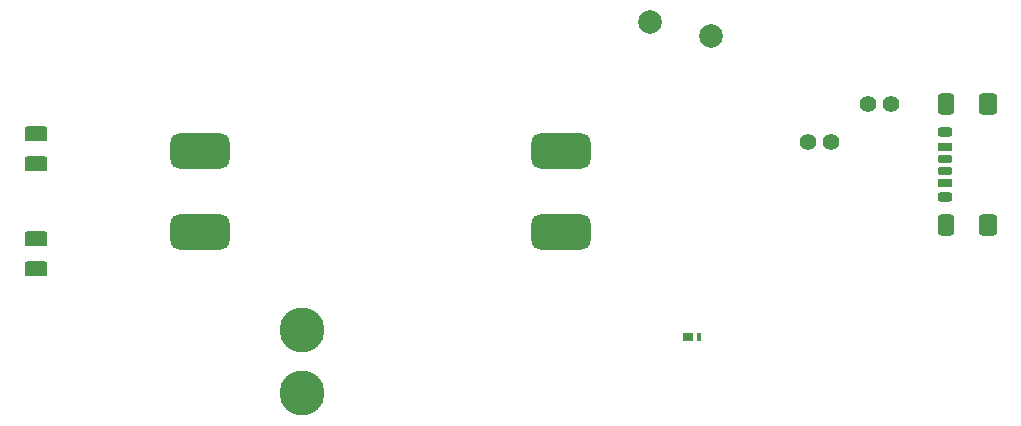
<source format=gbr>
%TF.GenerationSoftware,KiCad,Pcbnew,9.0.5*%
%TF.CreationDate,2025-10-22T09:55:28-06:00*%
%TF.ProjectId,powerBank,706f7765-7242-4616-9e6b-2e6b69636164,rev?*%
%TF.SameCoordinates,Original*%
%TF.FileFunction,Soldermask,Top*%
%TF.FilePolarity,Negative*%
%FSLAX46Y46*%
G04 Gerber Fmt 4.6, Leading zero omitted, Abs format (unit mm)*
G04 Created by KiCad (PCBNEW 9.0.5) date 2025-10-22 09:55:28*
%MOMM*%
%LPD*%
G01*
G04 APERTURE LIST*
G04 Aperture macros list*
%AMRoundRect*
0 Rectangle with rounded corners*
0 $1 Rounding radius*
0 $2 $3 $4 $5 $6 $7 $8 $9 X,Y pos of 4 corners*
0 Add a 4 corners polygon primitive as box body*
4,1,4,$2,$3,$4,$5,$6,$7,$8,$9,$2,$3,0*
0 Add four circle primitives for the rounded corners*
1,1,$1+$1,$2,$3*
1,1,$1+$1,$4,$5*
1,1,$1+$1,$6,$7*
1,1,$1+$1,$8,$9*
0 Add four rect primitives between the rounded corners*
20,1,$1+$1,$2,$3,$4,$5,0*
20,1,$1+$1,$4,$5,$6,$7,0*
20,1,$1+$1,$6,$7,$8,$9,0*
20,1,$1+$1,$8,$9,$2,$3,0*%
G04 Aperture macros list end*
%ADD10RoundRect,0.175000X0.425000X-0.175000X0.425000X0.175000X-0.425000X0.175000X-0.425000X-0.175000X0*%
%ADD11RoundRect,0.190000X-0.410000X0.190000X-0.410000X-0.190000X0.410000X-0.190000X0.410000X0.190000X0*%
%ADD12RoundRect,0.200000X-0.400000X0.200000X-0.400000X-0.200000X0.400000X-0.200000X0.400000X0.200000X0*%
%ADD13RoundRect,0.175000X-0.425000X0.175000X-0.425000X-0.175000X0.425000X-0.175000X0.425000X0.175000X0*%
%ADD14RoundRect,0.190000X0.410000X-0.190000X0.410000X0.190000X-0.410000X0.190000X-0.410000X-0.190000X0*%
%ADD15RoundRect,0.200000X0.400000X-0.200000X0.400000X0.200000X-0.400000X0.200000X-0.400000X-0.200000X0*%
%ADD16RoundRect,0.250000X0.425000X-0.650000X0.425000X0.650000X-0.425000X0.650000X-0.425000X-0.650000X0*%
%ADD17RoundRect,0.250000X0.500000X-0.650000X0.500000X0.650000X-0.500000X0.650000X-0.500000X-0.650000X0*%
%ADD18RoundRect,0.190500X0.762000X0.444500X-0.762000X0.444500X-0.762000X-0.444500X0.762000X-0.444500X0*%
%ADD19C,1.400000*%
%ADD20RoundRect,0.750000X-1.750000X-0.750000X1.750000X-0.750000X1.750000X0.750000X-1.750000X0.750000X0*%
%ADD21C,3.800000*%
%ADD22RoundRect,0.075000X-0.390000X-0.275000X0.390000X-0.275000X0.390000X0.275000X-0.390000X0.275000X0*%
%ADD23RoundRect,0.075000X-0.075000X-0.275000X0.075000X-0.275000X0.075000X0.275000X-0.075000X0.275000X0*%
%ADD24C,2.010000*%
G04 APERTURE END LIST*
D10*
%TO.C,J2*%
X189405000Y-66585000D03*
D11*
X189405000Y-64565000D03*
D12*
X189405000Y-63335000D03*
D13*
X189405000Y-65585000D03*
D14*
X189405000Y-67605000D03*
D15*
X189405000Y-68835000D03*
D16*
X189460000Y-71210000D03*
D17*
X193040000Y-71210000D03*
D16*
X189460000Y-60960000D03*
D17*
X193040000Y-60960000D03*
%TD*%
D18*
%TO.C,U1*%
X112395000Y-74930000D03*
X112395000Y-72390000D03*
X112395000Y-66040000D03*
X112395000Y-63500000D03*
%TD*%
D19*
%TO.C,R1*%
X177800000Y-64135000D03*
X179700000Y-64135000D03*
%TD*%
D20*
%TO.C,U2*%
X126345000Y-71755000D03*
X126345000Y-64955000D03*
X156845000Y-64955000D03*
X156845000Y-71755000D03*
%TD*%
D21*
%TO.C,H1*%
X134980000Y-80090000D03*
%TD*%
D19*
%TO.C,R2*%
X182880000Y-60960000D03*
X184780000Y-60960000D03*
%TD*%
D21*
%TO.C,H2*%
X134980000Y-85440000D03*
%TD*%
D22*
%TO.C,D1*%
X167640000Y-80645000D03*
D23*
X168525000Y-80645000D03*
%TD*%
D24*
%TO.C,F1*%
X164455000Y-54010000D03*
X169555000Y-55210000D03*
%TD*%
M02*

</source>
